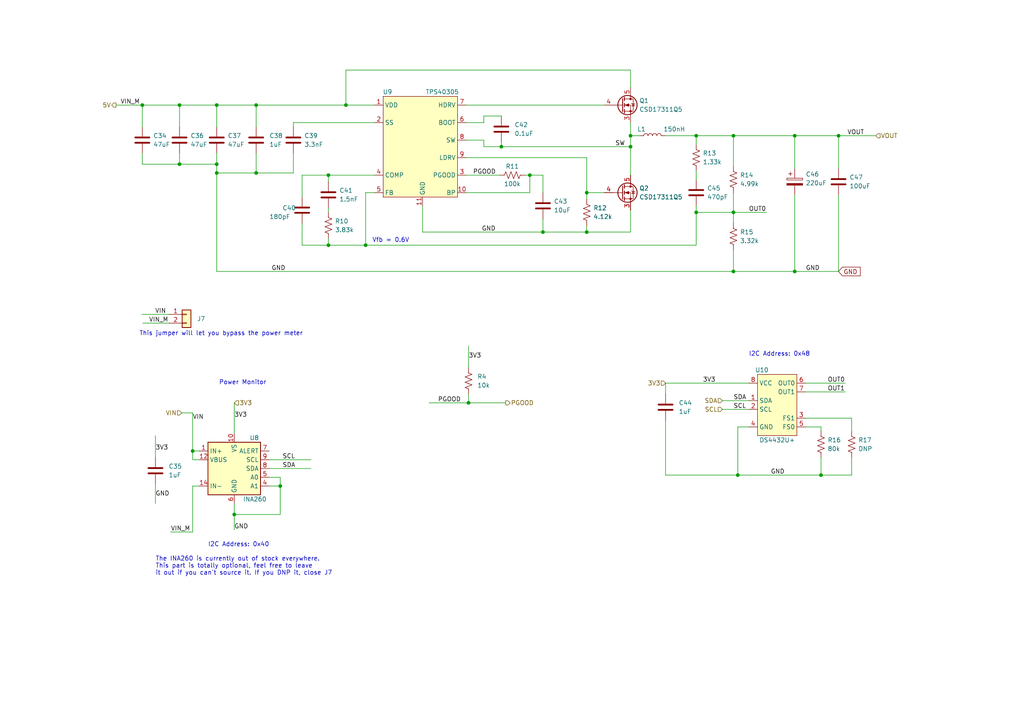
<source format=kicad_sch>
(kicad_sch (version 20230121) (generator eeschema)
  (paper "A4")
  (lib_symbols
    (symbol "Connector_Generic:Conn_01x02" (pin_names (offset 1.016) hide)
      (property "Reference" "J" (at 0 2.54 0))
      (property "Value" "Conn_01x02" (at 0 -5.08 0))
      (symbol "Conn_01x02_1_1"
        (rectangle (start -1.27 -2.413) (end 0 -2.667) (stroke (width 0.1524)))
        (rectangle (start -1.27 0.127) (end 0 -0.127) (stroke (width 0.1524)))
        (rectangle (start -1.27 1.27) (end 1.27 -3.81) (stroke (width 0.254)) (fill (type background)))
        (pin passive line (at -5.08 0 0) (length 3.81) (name "Pin_1") (number "1"))
        (pin passive line (at -5.08 -2.54 0) (length 3.81) (name "Pin_2") (number "2"))
      )
    )
    (symbol "Device:C" (pin_numbers hide) (pin_names (offset 0.254))
      (property "Reference" "C" (at 0.635 2.54 0))
      (property "Value" "C" (at 0.635 -2.54 0))
      (symbol "C_0_1"
        (polyline (pts (xy -2.032 -0.762) (xy 2.032 -0.762)) (stroke (width 0.508)))
        (polyline (pts (xy -2.032 0.762) (xy 2.032 0.762)) (stroke (width 0.508)))
      )
      (symbol "C_1_1"
        (pin passive line (at 0 3.81 270) (length 2.794) (name "~") (number "1"))
        (pin passive line (at 0 -3.81 90) (length 2.794) (name "~") (number "2"))
      )
    )
    (symbol "Device:C_Polarized" (pin_numbers hide) (pin_names (offset 0.254))
      (property "Reference" "C" (at 0.635 2.54 0))
      (property "Value" "C_Polarized" (at 0.635 -2.54 0))
      (symbol "C_Polarized_0_1"
        (rectangle (start -2.286 0.508) (end 2.286 1.016))
        (polyline (pts (xy -1.778 2.286) (xy -0.762 2.286)))
        (polyline (pts (xy -1.27 2.794) (xy -1.27 1.778)))
        (rectangle (start 2.286 -0.508) (end -2.286 -1.016) (fill (type outline)))
      )
      (symbol "C_Polarized_1_1"
        (pin passive line (at 0 3.81 270) (length 2.794) (name "~") (number "1"))
        (pin passive line (at 0 -3.81 90) (length 2.794) (name "~") (number "2"))
      )
    )
    (symbol "Device:L" (pin_numbers hide) (pin_names (offset 1.016) hide)
      (property "Reference" "L" (at -1.27 0 90))
      (property "Value" "L" (at 1.905 0 90))
      (symbol "L_0_1"
        (arc (start 0 -2.54) (mid 0.6323 -1.905) (end 0 -1.27))
        (arc (start 0 -1.27) (mid 0.6323 -0.635) (end 0 0))
        (arc (start 0 0) (mid 0.6323 0.635) (end 0 1.27))
        (arc (start 0 1.27) (mid 0.6323 1.905) (end 0 2.54))
      )
      (symbol "L_1_1"
        (pin passive line (at 0 3.81 270) (length 1.27) (name "1") (number "1"))
        (pin passive line (at 0 -3.81 90) (length 1.27) (name "2") (number "2"))
      )
    )
    (symbol "Device:R_US" (pin_numbers hide) (pin_names (offset 0))
      (property "Reference" "R" (at 2.54 0 90))
      (property "Value" "R_US" (at -2.54 0 90))
      (symbol "R_US_0_1"
        (polyline (pts (xy 0 -2.286) (xy 0 -2.54)))
        (polyline (pts (xy 0 2.286) (xy 0 2.54)))
        (polyline (pts (xy 0 -0.762) (xy 1.016 -1.143) (xy 0 -1.524) (xy -1.016 -1.905) (xy 0 -2.286)))
        (polyline (pts (xy 0 0.762) (xy 1.016 0.381) (xy 0 0) (xy -1.016 -0.381) (xy 0 -0.762)))
        (polyline (pts (xy 0 2.286) (xy 1.016 1.905) (xy 0 1.524) (xy -1.016 1.143) (xy 0 0.762)))
      )
      (symbol "R_US_1_1"
        (pin passive line (at 0 3.81 270) (length 1.27) (name "~") (number "1"))
        (pin passive line (at 0 -3.81 90) (length 1.27) (name "~") (number "2"))
      )
    )
    (symbol "Q_NMOS_CSD17311Q5_1" (pin_names (offset 0) hide)
      (property "Reference" "Q" (at 5.08 1.27 0))
      (property "Value" "Q_NMOS_CSD17311Q5_1" (at 5.08 -1.27 0))
      (symbol "Q_NMOS_CSD17311Q5_1_0_1"
        (polyline (pts (xy 0.254 0) (xy -2.54 0)))
        (polyline (pts (xy 0.254 1.905) (xy 0.254 -1.905)) (stroke (width 0.254)))
        (polyline (pts (xy 0.762 -1.27) (xy 0.762 -2.286)) (stroke (width 0.254)))
        (polyline (pts (xy 0.762 0.508) (xy 0.762 -0.508)) (stroke (width 0.254)))
        (polyline (pts (xy 0.762 2.286) (xy 0.762 1.27)) (stroke (width 0.254)))
        (polyline (pts (xy 2.54 2.54) (xy 2.54 1.778)))
        (polyline (pts (xy 2.54 -2.54) (xy 2.54 0) (xy 0.762 0)))
        (polyline (pts (xy 0.762 -1.778) (xy 3.302 -1.778) (xy 3.302 1.778) (xy 0.762 1.778)))
        (polyline (pts (xy 1.016 0) (xy 2.032 0.381) (xy 2.032 -0.381) (xy 1.016 0)) (fill (type outline)))
        (polyline (pts (xy 2.794 0.508) (xy 2.921 0.381) (xy 3.683 0.381) (xy 3.81 0.254)))
        (polyline (pts (xy 3.302 0.381) (xy 2.921 -0.254) (xy 3.683 -0.254) (xy 3.302 0.381)))
        (circle (center 1.651 0) (radius 2.794) (stroke (width 0.254)))
        (circle (center 2.54 -1.778) (radius 0.254) (fill (type outline)))
        (circle (center 2.54 1.778) (radius 0.254) (fill (type outline)))
      )
      (symbol "Q_NMOS_CSD17311Q5_1_1_1"
        (pin passive line (at 2.54 -5.08 90) (length 2.54) hide (name "") (number "1"))
        (pin passive line (at 2.54 -5.08 90) (length 2.54) hide (name "") (number "2"))
        (pin passive line (at 2.54 -5.08 90) (length 2.54) (name "S") (number "3"))
        (pin input line (at -5.08 0 0) (length 2.54) (name "G") (number "4"))
        (pin passive line (at 2.54 5.08 270) (length 2.54) (name "D") (number "5"))
      )
    )
    (symbol "Sensor:INA260"
      (property "Reference" "U" (at -6.35 8.89 0))
      (property "Value" "INA260" (at 2.54 8.89 0))
      (symbol "INA260_0_1"
        (rectangle (start -7.62 7.62) (end 7.62 -7.62) (stroke (width 0.254)) (fill (type background)))
      )
      (symbol "INA260_1_1"
        (pin passive line (at -10.16 5.08 0) (length 2.54) (name "IN+") (number "1"))
        (pin power_in line (at 0 10.16 270) (length 2.54) (name "VS") (number "10"))
        (pin passive line (at 0 -10.16 90) (length 2.54) hide (name "GND") (number "11"))
        (pin passive line (at -10.16 2.54 0) (length 2.54) (name "VBUS") (number "12"))
        (pin no_connect line (at 2.54 -7.62 90) (length 2.54) hide (name "NC") (number "13"))
        (pin passive line (at -10.16 -5.08 0) (length 2.54) (name "IN-") (number "14"))
        (pin passive line (at -10.16 -5.08 0) (length 2.54) hide (name "IN-") (number "15"))
        (pin passive line (at -10.16 -5.08 0) (length 2.54) hide (name "IN-") (number "16"))
        (pin passive line (at -10.16 5.08 0) (length 2.54) hide (name "IN+") (number "2"))
        (pin passive line (at -10.16 5.08 0) (length 2.54) hide (name "IN+") (number "3"))
        (pin input line (at 10.16 -5.08 180) (length 2.54) (name "A1") (number "4"))
        (pin input line (at 10.16 -2.54 180) (length 2.54) (name "A0") (number "5"))
        (pin power_in line (at 0 -10.16 90) (length 2.54) (name "GND") (number "6"))
        (pin open_collector line (at 10.16 5.08 180) (length 2.54) (name "ALERT") (number "7"))
        (pin bidirectional line (at 10.16 0 180) (length 2.54) (name "SDA") (number "8"))
        (pin input line (at 10.16 2.54 180) (length 2.54) (name "SCL") (number "9"))
      )
    )
    (symbol "TPS40305:DS4432U+"
      (property "Reference" "U" (at 3.81 10.16 0))
      (property "Value" "DS4432U+" (at -1.27 -10.16 0))
      (symbol "DS4432U+_0_1"
        (rectangle (start -6.35 8.89) (end 5.08 -8.89) (stroke (width 0.1524)) (fill (type background)))
      )
      (symbol "DS4432U+_1_1"
        (pin input line (at -8.89 1.27 0) (length 2.54) (name "SDA") (number "1"))
        (pin input line (at -8.89 -1.27 0) (length 2.54) (name "SCL") (number "2"))
        (pin input line (at 7.62 -3.81 180) (length 2.54) (name "FS1") (number "3"))
        (pin power_in line (at -8.89 -6.35 0) (length 2.54) (name "GND") (number "4"))
        (pin input line (at 7.62 -6.35 180) (length 2.54) (name "FS0") (number "5"))
        (pin output line (at 7.62 6.35 180) (length 2.54) (name "OUT0") (number "6"))
        (pin output line (at 7.62 3.81 180) (length 2.54) (name "OUT1") (number "7"))
        (pin power_in line (at -8.89 6.35 0) (length 2.54) (name "VCC") (number "8"))
      )
    )
    (symbol "TPS40305:TPS40305"
      (property "Reference" "U" (at 10.16 16.51 0))
      (property "Value" "TPS40305" (at -7.62 16.51 0))
      (symbol "TPS40305_0_1"
        (rectangle (start -11.43 15.24) (end 10.16 -13.97) (stroke (width 0.1524)) (fill (type background)))
      )
      (symbol "TPS40305_1_1"
        (pin input line (at -13.97 12.7 0) (length 2.54) (name "VDD") (number "1"))
        (pin input line (at 12.7 -12.7 180) (length 2.54) (name "BP") (number "10"))
        (pin input line (at 0 -16.51 90) (length 2.54) (name "GND") (number "11"))
        (pin input line (at -13.97 7.62 0) (length 2.54) (name "SS") (number "2"))
        (pin input line (at 12.7 -7.62 180) (length 2.54) (name "PGOOD") (number "3"))
        (pin input line (at -13.97 -7.62 0) (length 2.54) (name "COMP") (number "4"))
        (pin input line (at -13.97 -12.7 0) (length 2.54) (name "FB") (number "5"))
        (pin input line (at 12.7 7.62 180) (length 2.54) (name "BOOT") (number "6"))
        (pin input line (at 12.7 12.7 180) (length 2.54) (name "HDRV") (number "7"))
        (pin input line (at 12.7 2.54 180) (length 2.54) (name "SW") (number "8"))
        (pin input line (at 12.7 -2.54 180) (length 2.54) (name "LDRV") (number "9"))
      )
    )
  )
  (junction (at 135.89 116.84))
  (junction (at 62.865 50.165))
  (junction (at 201.93 61.595))
  (junction (at 62.865 47.625))
  (junction (at 238.125 137.795))
  (junction (at 153.67 50.8))
  (junction (at 213.995 137.795))
  (junction (at 41.275 30.48))
  (junction (at 145.415 42.545))
  (junction (at 182.88 42.545))
  (junction (at 212.725 78.74))
  (junction (at 95.25 50.8))
  (junction (at 182.88 39.37))
  (junction (at 170.18 55.88))
  (junction (at 230.505 78.74))
  (junction (at 212.725 39.37))
  (junction (at 52.07 47.625))
  (junction (at 74.295 30.48))
  (junction (at 100.33 30.48))
  (junction (at 106.045 71.12))
  (junction (at 67.945 149.225))
  (junction (at 52.07 30.48))
  (junction (at 230.505 39.37))
  (junction (at 212.725 61.595))
  (junction (at 81.28 140.97))
  (junction (at 157.48 67.31))
  (junction (at 62.865 30.48))
  (junction (at 74.295 50.165))
  (junction (at 243.205 39.37))
  (junction (at 55.88 130.81))
  (junction (at 201.93 39.37))
  (junction (at 95.25 71.12))
  (junction (at 170.18 67.31))
  (wire (pts (xy 247.015 137.795) (xy 238.125 137.795)))
  (wire (pts (xy 243.205 39.37) (xy 230.505 39.37)))
  (wire (pts (xy 193.04 111.125) (xy 217.17 111.125)))
  (wire (pts (xy 157.48 63.5) (xy 157.48 67.31)))
  (wire (pts (xy 41.275 30.48) (xy 52.07 30.48)))
  (wire (pts (xy 108.585 50.8) (xy 95.25 50.8)))
  (wire (pts (xy 182.88 35.56) (xy 182.88 39.37)))
  (wire (pts (xy 243.205 48.895) (xy 243.205 39.37)))
  (wire (pts (xy 170.18 55.88) (xy 175.26 55.88)))
  (wire (pts (xy 67.945 116.84) (xy 67.945 125.73)))
  (wire (pts (xy 95.25 60.325) (xy 95.25 61.595)))
  (wire (pts (xy 74.295 44.45) (xy 74.295 50.165)))
  (wire (pts (xy 212.725 55.88) (xy 212.725 61.595)))
  (wire (pts (xy 170.18 45.72) (xy 170.18 55.88)))
  (wire (pts (xy 55.88 130.81) (xy 55.88 119.761)))
  (wire (pts (xy 52.07 44.45) (xy 52.07 47.625)))
  (wire (pts (xy 170.18 67.31) (xy 170.18 65.405)))
  (wire (pts (xy 233.68 113.665) (xy 245.11 113.665)))
  (wire (pts (xy 85.09 44.45) (xy 85.09 50.165)))
  (wire (pts (xy 247.015 132.715) (xy 247.015 137.795)))
  (wire (pts (xy 182.88 20.32) (xy 100.33 20.32)))
  (wire (pts (xy 193.04 114.3) (xy 193.04 111.125)))
  (wire (pts (xy 201.93 39.37) (xy 201.93 41.91)))
  (wire (pts (xy 57.785 133.35) (xy 55.88 133.35)))
  (wire (pts (xy 52.07 47.625) (xy 62.865 47.625)))
  (wire (pts (xy 243.205 39.37) (xy 254 39.37)))
  (wire (pts (xy 55.88 140.97) (xy 55.88 154.305)))
  (wire (pts (xy 124.46 116.84) (xy 135.89 116.84)))
  (wire (pts (xy 87.63 71.12) (xy 87.63 64.77)))
  (wire (pts (xy 87.63 50.8) (xy 87.63 57.15)))
  (wire (pts (xy 49.53 154.305) (xy 55.88 154.305)))
  (wire (pts (xy 209.55 116.205) (xy 217.17 116.205)))
  (wire (pts (xy 62.865 50.165) (xy 74.295 50.165)))
  (wire (pts (xy 78.105 138.43) (xy 81.28 138.43)))
  (wire (pts (xy 122.555 67.31) (xy 157.48 67.31)))
  (wire (pts (xy 81.28 149.225) (xy 67.945 149.225)))
  (wire (pts (xy 213.995 123.825) (xy 217.17 123.825)))
  (wire (pts (xy 62.865 78.74) (xy 212.725 78.74)))
  (wire (pts (xy 201.93 49.53) (xy 201.93 52.07)))
  (wire (pts (xy 57.785 130.81) (xy 55.88 130.81)))
  (wire (pts (xy 74.295 30.48) (xy 74.295 36.83)))
  (wire (pts (xy 95.25 69.215) (xy 95.25 71.12)))
  (wire (pts (xy 233.68 121.285) (xy 247.015 121.285)))
  (wire (pts (xy 212.725 72.39) (xy 212.725 78.74)))
  (wire (pts (xy 41.402 93.726) (xy 49.022 93.726)))
  (wire (pts (xy 157.48 67.31) (xy 170.18 67.31)))
  (wire (pts (xy 238.125 132.715) (xy 238.125 137.795)))
  (wire (pts (xy 153.67 55.88) (xy 153.67 50.8)))
  (wire (pts (xy 230.505 39.37) (xy 230.505 48.895)))
  (wire (pts (xy 212.725 61.595) (xy 212.725 64.77)))
  (wire (pts (xy 140.335 40.64) (xy 140.335 42.545)))
  (wire (pts (xy 182.88 60.96) (xy 182.88 67.31)))
  (wire (pts (xy 81.28 138.43) (xy 81.28 140.97)))
  (wire (pts (xy 135.255 45.72) (xy 170.18 45.72)))
  (wire (pts (xy 135.255 40.64) (xy 140.335 40.64)))
  (wire (pts (xy 41.275 47.625) (xy 52.07 47.625)))
  (wire (pts (xy 233.68 111.125) (xy 245.11 111.125)))
  (wire (pts (xy 135.255 55.88) (xy 153.67 55.88)))
  (wire (pts (xy 41.275 36.83) (xy 41.275 30.48)))
  (wire (pts (xy 230.505 56.515) (xy 230.505 78.74)))
  (wire (pts (xy 62.865 30.48) (xy 62.865 36.83)))
  (wire (pts (xy 152.4 50.8) (xy 153.67 50.8)))
  (wire (pts (xy 52.07 30.48) (xy 62.865 30.48)))
  (wire (pts (xy 213.995 137.795) (xy 213.995 123.825)))
  (wire (pts (xy 45.085 140.335) (xy 45.085 146.05)))
  (wire (pts (xy 140.335 42.545) (xy 145.415 42.545)))
  (wire (pts (xy 230.505 39.37) (xy 212.725 39.37)))
  (wire (pts (xy 100.33 20.32) (xy 100.33 30.48)))
  (wire (pts (xy 182.88 67.31) (xy 170.18 67.31)))
  (wire (pts (xy 67.945 149.225) (xy 67.945 153.67)))
  (wire (pts (xy 233.68 123.825) (xy 238.125 123.825)))
  (wire (pts (xy 135.89 116.84) (xy 146.685 116.84)))
  (wire (pts (xy 170.18 55.88) (xy 170.18 57.785)))
  (wire (pts (xy 182.88 42.545) (xy 182.88 50.8)))
  (wire (pts (xy 95.25 71.12) (xy 87.63 71.12)))
  (wire (pts (xy 62.865 30.48) (xy 74.295 30.48)))
  (wire (pts (xy 230.505 78.74) (xy 243.205 78.74)))
  (wire (pts (xy 193.04 137.795) (xy 213.995 137.795)))
  (wire (pts (xy 78.105 140.97) (xy 81.28 140.97)))
  (wire (pts (xy 67.945 146.05) (xy 67.945 149.225)))
  (wire (pts (xy 135.255 50.8) (xy 144.78 50.8)))
  (wire (pts (xy 106.045 71.12) (xy 95.25 71.12)))
  (wire (pts (xy 157.48 50.8) (xy 157.48 55.88)))
  (wire (pts (xy 52.07 30.48) (xy 52.07 36.83)))
  (wire (pts (xy 135.89 114.3) (xy 135.89 116.84)))
  (wire (pts (xy 62.865 47.625) (xy 62.865 50.165)))
  (wire (pts (xy 145.415 42.545) (xy 182.88 42.545)))
  (wire (pts (xy 182.88 25.4) (xy 182.88 20.32)))
  (wire (pts (xy 62.865 50.165) (xy 62.865 78.74)))
  (wire (pts (xy 247.015 121.285) (xy 247.015 125.095)))
  (wire (pts (xy 41.275 44.45) (xy 41.275 47.625)))
  (wire (pts (xy 62.865 44.45) (xy 62.865 47.625)))
  (wire (pts (xy 122.555 59.69) (xy 122.555 67.31)))
  (wire (pts (xy 212.725 61.595) (xy 222.25 61.595)))
  (wire (pts (xy 212.725 78.74) (xy 230.505 78.74)))
  (wire (pts (xy 193.04 39.37) (xy 201.93 39.37)))
  (wire (pts (xy 209.55 118.745) (xy 217.17 118.745)))
  (wire (pts (xy 108.585 55.88) (xy 106.045 55.88)))
  (wire (pts (xy 108.585 35.56) (xy 85.09 35.56)))
  (wire (pts (xy 57.785 140.97) (xy 55.88 140.97)))
  (wire (pts (xy 201.93 39.37) (xy 212.725 39.37)))
  (wire (pts (xy 153.67 50.8) (xy 157.48 50.8)))
  (wire (pts (xy 140.335 35.56) (xy 140.335 33.655)))
  (wire (pts (xy 201.93 59.69) (xy 201.93 61.595)))
  (wire (pts (xy 41.148 91.186) (xy 49.022 91.186)))
  (wire (pts (xy 243.205 56.515) (xy 243.205 78.74)))
  (wire (pts (xy 201.93 71.12) (xy 106.045 71.12)))
  (wire (pts (xy 95.25 50.8) (xy 87.63 50.8)))
  (wire (pts (xy 74.295 30.48) (xy 100.33 30.48)))
  (wire (pts (xy 140.335 33.655) (xy 145.415 33.655)))
  (wire (pts (xy 145.415 41.275) (xy 145.415 42.545)))
  (wire (pts (xy 45.085 126.365) (xy 45.085 132.715)))
  (wire (pts (xy 135.255 30.48) (xy 175.26 30.48)))
  (wire (pts (xy 55.88 133.35) (xy 55.88 130.81)))
  (wire (pts (xy 100.33 30.48) (xy 108.585 30.48)))
  (wire (pts (xy 85.09 35.56) (xy 85.09 36.83)))
  (wire (pts (xy 212.725 39.37) (xy 212.725 48.26)))
  (wire (pts (xy 182.88 39.37) (xy 185.42 39.37)))
  (wire (pts (xy 135.89 100.33) (xy 135.89 106.68)))
  (wire (pts (xy 238.125 123.825) (xy 238.125 125.095)))
  (wire (pts (xy 201.93 61.595) (xy 201.93 71.12)))
  (wire (pts (xy 135.255 35.56) (xy 140.335 35.56)))
  (wire (pts (xy 78.105 133.35) (xy 90.17 133.35)))
  (wire (pts (xy 81.28 140.97) (xy 81.28 149.225)))
  (wire (pts (xy 106.045 55.88) (xy 106.045 71.12)))
  (wire (pts (xy 182.88 39.37) (xy 182.88 42.545)))
  (wire (pts (xy 238.125 137.795) (xy 213.995 137.795)))
  (wire (pts (xy 193.04 121.92) (xy 193.04 137.795)))
  (wire (pts (xy 52.705 119.761) (xy 55.88 119.761)))
  (wire (pts (xy 33.655 30.48) (xy 41.275 30.48)))
  (wire (pts (xy 78.105 135.89) (xy 90.17 135.89)))
  (wire (pts (xy 74.295 50.165) (xy 85.09 50.165)))
  (wire (pts (xy 201.93 61.595) (xy 212.725 61.595)))
  (wire (pts (xy 95.25 50.8) (xy 95.25 52.705)))
  (text "I2C Address: 0x48" (at 217.17 103.505 0) (effects (font (size 1.27 1.27)) (justify left bottom)))
  (text "The INA260 is currently out of stock everywhere.\nThis part is totally optional, feel free to leave \nit out if you can't source it. If you DNP it, close J7" (at 45.085 167.005 0) (effects (font (size 1.27 1.27)) (justify left bottom)))
  (text "Power Monitor" (at 63.5 111.76 0) (effects (font (size 1.27 1.27)) (justify left bottom)))
  (text "I2C Address: 0x40" (at 60.325 158.75 0) (effects (font (size 1.27 1.27)) (justify left bottom)))
  (text "Vfb = 0.6V" (at 107.95 70.485 0) (effects (font (size 1.27 1.27)) (justify left bottom)))
  (text "This jumper will let you bypass the power meter" (at 40.386 97.536 0) (effects (font (size 1.27 1.27)) (justify left bottom)))
  (label "3V3" (at 203.835 111.125 0))
  (label "SDA" (at 212.725 116.205 0))
  (label "VIN_M" (at 34.925 30.48 0))
  (label "GND" (at 233.68 78.74 0))
  (label "VIN_M" (at 49.53 154.305 0))
  (label "GND" (at 78.74 78.74 0))
  (label "VIN" (at 44.958 91.186 0))
  (label "GND" (at 67.945 153.67 0))
  (label "3V3" (at 67.945 121.285 0))
  (label "PGOOD" (at 137.16 50.8 0))
  (label "GND" (at 45.085 144.145 0))
  (label "SCL" (at 81.915 133.35 0))
  (label "VOUT" (at 245.745 39.37 0))
  (label "3V3" (at 45.085 130.81 0))
  (label "OUT1" (at 240.03 113.665 0))
  (label "SCL" (at 212.725 118.745 0))
  (label "SDA" (at 81.915 135.89 0))
  (label "OUT0" (at 217.17 61.595 0))
  (label "OUT0" (at 240.03 111.125 0))
  (label "GND" (at 223.52 137.795 0))
  (label "VIN_M" (at 43.18 93.726 0))
  (label "3V3" (at 135.89 104.14 0))
  (label "PGOOD" (at 127 116.84 0))
  (label "SW" (at 178.435 42.545 0))
  (label "GND" (at 139.7 67.31 0))
  (label "VIN" (at 55.88 121.92 0))
  (global_label "GND" (shape input) (at 243.205 78.74 0) (property "Intersheetrefs" "${INTERSHEET_REFS}" (effects hide)))
  (hierarchical_label "SDA" (shape input) (at 209.55 116.205 180))
  (hierarchical_label "5V" (shape output) (at 33.655 30.48 180))
  (hierarchical_label "SCL" (shape input) (at 209.55 118.745 180))
  (hierarchical_label "3V3" (shape input) (at 67.945 116.84 0))
  (hierarchical_label "VOUT" (shape input) (at 254 39.37 0))
  (hierarchical_label "VIN" (shape input) (at 52.705 119.761 180))
  (hierarchical_label "3V3" (shape input) (at 193.04 111.125 180))
  (hierarchical_label "PGOOD" (shape output) (at 146.685 116.84 0))
  (symbol (lib_id "Device:C") (at 157.48 59.69 0) (unit 1)
    (property "Reference" "C43" (at 160.655 58.4199 0) (effects (justify left)))
    (property "Value" "10uF" (at 160.655 60.9599 0) (effects (justify left)))
    (property "Footprint" "Capacitor_SMD:C_0805_2012Metric" (effects hide))
    (property "DK" "1276-1096-1-ND" (effects hide))
    (property "PARTNO" "CL21A106KOQNNNE" (effects hide))
  )
  (symbol (lib_id "Device:R_US") (at 212.725 52.07 0) (unit 1)
    (property "Reference" "R14" (at 214.63 50.7999 0) (effects (justify left)))
    (property "Value" "4.99k" (at 214.63 53.3399 0) (effects (justify left)))
    (property "Footprint" "Resistor_SMD:R_0402_1005Metric" (effects hide))
    (property "DK" "311-4.99KLRCT-ND" (effects hide))
    (property "PARTNO" "RC0402FR-074K99L" (effects hide))
  )
  (symbol (lib_id "Device:C") (at 62.865 40.64 0) (unit 1)
    (property "Reference" "C37" (at 66.04 39.3699 0) (effects (justify left)))
    (property "Value" "47uF" (at 66.04 41.9099 0) (effects (justify left)))
    (property "Footprint" "Capacitor_SMD:C_1210_3225Metric" (effects hide))
    (property "DK" "490-6539-1-ND" (effects hide))
    (property "PARTNO" "GRM32ER61C476KE15L" (effects hide))
  )
  (symbol (lib_id "Device:C_Polarized") (at 230.505 52.705 0) (unit 1)
    (property "Reference" "C46" (at 233.68 50.5459 0) (effects (justify left)))
    (property "Value" "220uF" (at 233.68 53.0859 0) (effects (justify left)))
    (property "Footprint" "TPS40305_supply:CAP_2R5TPE220MAFB" (effects hide))
    (property "Datasheet" "https://media.digikey.com/pdf/Data%20Sheets/Panasonic%20Capacitors%20PDFs/TPE_Series_POSCAP_Rev02_Oct_2017.pdf" (effects hide))
    (property "PARTNO" "2R5TPE220MAFB" (effects hide))
    (property "DK" "P16200CT-ND" (effects hide))
  )
  (symbol (lib_id "TPS40305:TPS40305") (at 122.555 43.18 0) (unit 1)
    (property "Reference" "U9" (at 112.395 26.67 0))
    (property "Value" "TPS40305" (at 128.27 26.67 0))
    (property "Footprint" "TPS40305_supply:TPS40305" (effects hide))
    (property "Datasheet" "https://www.ti.com/lit/ds/symlink/tps40303.pdf" (effects hide))
    (property "DK" "296-37445-1-ND" (effects hide))
    (property "PARTNO" "TPS40305DRCR" (effects hide))
  )
  (symbol (lib_id "Sensor:INA260") (at 67.945 135.89 0) (unit 1)
    (property "Reference" "U8" (at 72.39 127 0) (effects (justify left)))
    (property "Value" "INA260" (at 70.485 144.78 0) (effects (justify left)))
    (property "Footprint" "Package_SO:TSSOP-16_4.4x5mm_P0.65mm" (effects hide))
    (property "Datasheet" "http://www.ti.com/lit/ds/symlink/ina260.pdf" (effects hide))
    (property "PARTNO" "INA260AIPWR" (effects hide))
    (property "DK" "296-47777-1-ND" (effects hide))
  )
  (symbol (lib_id "Device:C") (at 41.275 40.64 0) (unit 1)
    (property "Reference" "C34" (at 44.45 39.3699 0) (effects (justify left)))
    (property "Value" "47uF" (at 44.45 41.9099 0) (effects (justify left)))
    (property "Footprint" "Capacitor_SMD:C_1210_3225Metric" (effects hide))
    (property "DK" "490-6539-1-ND" (effects hide))
    (property "PARTNO" "GRM32ER61C476KE15L" (effects hide))
  )
  (symbol (lib_name "Q_NMOS_CSD17311Q5_1") (lib_id "TPS40305:Q_NMOS_CSD17311Q5") (at 180.34 55.88 0) (unit 1)
    (property "Reference" "Q2" (at 185.42 54.61 0) (effects (justify left)))
    (property "Value" "CSD17311Q5" (at 185.42 57.15 0) (effects (justify left)))
    (property "Footprint" "TPS40305_supply:CSD17311Q5" (effects hide))
    (property "Datasheet" "https://www.ti.com/lit/ds/symlink/csd17311q5.pdf" (effects hide))
    (property "DK" "296-27625-1-ND" (effects hide))
    (property "PARTNO" "CSD17311Q5" (effects hide))
  )
  (symbol (lib_id "Device:C") (at 85.09 40.64 0) (unit 1)
    (property "Reference" "C39" (at 88.265 39.3699 0) (effects (justify left)))
    (property "Value" "3.3nF" (at 88.265 41.9099 0) (effects (justify left)))
    (property "Footprint" "Capacitor_SMD:C_0402_1005Metric" (effects hide))
    (property "DK" "1276-1552-1-ND" (effects hide))
    (property "PARTNO" "CL05B332KB5NNNC" (effects hide))
  )
  (symbol (lib_id "Device:C") (at 52.07 40.64 0) (unit 1)
    (property "Reference" "C36" (at 55.245 39.3699 0) (effects (justify left)))
    (property "Value" "47uF" (at 55.245 41.9099 0) (effects (justify left)))
    (property "Footprint" "Capacitor_SMD:C_1210_3225Metric" (effects hide))
    (property "DK" "490-6539-1-ND" (effects hide))
    (property "PARTNO" "GRM32ER61C476KE15L" (effects hide))
  )
  (symbol (lib_id "Device:C") (at 74.295 40.64 0) (unit 1)
    (property "Reference" "C38" (at 78.105 39.3699 0) (effects (justify left)))
    (property "Value" "1uF" (at 78.105 41.9099 0) (effects (justify left)))
    (property "Footprint" "Capacitor_SMD:C_0805_2012Metric" (effects hide))
    (property "DK" "1276-6471-1-ND" (effects hide))
    (property "PARTNO" "CL21B105KOFNNNG" (effects hide))
  )
  (symbol (lib_id "TPS40305:DS4432U+") (at 226.06 117.475 0) (unit 1)
    (property "Reference" "U10" (at 220.98 107.315 0))
    (property "Value" "DS4432U+" (at 225.425 127.635 0))
    (property "Footprint" "Package_SO:TSSOP-8_3x3mm_P0.65mm" (effects hide))
    (property "Datasheet" "https://datasheets.maximintegrated.com/en/ds/DS4432.pdf" (effects hide))
    (property "DK" "DS4432U+-ND" (effects hide))
    (property "PARTNO" "DS4432U+" (effects hide))
  )
  (symbol (lib_id "Device:C") (at 243.205 52.705 0) (unit 1)
    (property "Reference" "C47" (at 246.38 51.4349 0) (effects (justify left)))
    (property "Value" "100uF" (at 246.38 53.9749 0) (effects (justify left)))
    (property "Footprint" "Capacitor_SMD:C_1206_3216Metric" (effects hide))
    (property "PARTNO" "C3216X5R0J107M160AB" (effects hide))
    (property "DK" "445-6008-1-ND" (effects hide))
  )
  (symbol (lib_id "Device:C") (at 95.25 56.515 0) (unit 1)
    (property "Reference" "C41" (at 98.425 55.2449 0) (effects (justify left)))
    (property "Value" "1.5nF" (at 98.425 57.7849 0) (effects (justify left)))
    (property "Footprint" "Capacitor_SMD:C_0805_2012Metric" (effects hide))
    (property "DK" "311-1128-1-ND" (effects hide))
    (property "PARTNO" "CC0805KRX7R9BB152" (effects hide))
  )
  (symbol (lib_id "Device:R_US") (at 212.725 68.58 0) (unit 1)
    (property "Reference" "R15" (at 214.63 67.3099 0) (effects (justify left)))
    (property "Value" "3.32k" (at 214.63 69.8499 0) (effects (justify left)))
    (property "Footprint" "Resistor_SMD:R_0402_1005Metric" (effects hide))
    (property "DK" "311-3.32KLRCT-ND" (effects hide))
    (property "PARTNO" "RC0402FR-073K32L" (effects hide))
  )
  (symbol (lib_id "Device:R_US") (at 148.59 50.8 90) (unit 1)
    (property "Reference" "R11" (at 148.59 48.26 90))
    (property "Value" "100k" (at 148.59 53.34 90))
    (property "Footprint" "Resistor_SMD:R_0402_1005Metric" (effects hide))
    (property "DK" "311-100KJRCT-ND" (effects hide))
    (property "PARTNO" "RC0402JR-07100KL" (effects hide))
  )
  (symbol (lib_id "Device:C") (at 145.415 37.465 0) (unit 1)
    (property "Reference" "C42" (at 149.225 36.1949 0) (effects (justify left)))
    (property "Value" "0.1uF" (at 149.225 38.7349 0) (effects (justify left)))
    (property "Footprint" "Capacitor_SMD:C_0402_1005Metric" (effects hide))
    (property "DK" "1292-1639-1-ND" (effects hide))
    (property "PARTNO" "0402X104K100CT" (effects hide))
  )
  (symbol (lib_id "Connector_Generic:Conn_01x02") (at 54.102 91.186 0) (unit 1)
    (property "Reference" "J7" (at 57.15 92.4559 0) (effects (justify left)))
    (property "Value" "Conn_01x02" (effects hide))
    (property "Footprint" "Connector_PinHeader_2.54mm:PinHeader_1x02_P2.54mm_Vertical" (effects hide))
    (property "DNP" "T" (effects hide))
  )
  (symbol (lib_id "Device:R_US") (at 238.125 128.905 0) (unit 1)
    (property "Reference" "R16" (at 240.03 127.6349 0) (effects (justify left)))
    (property "Value" "80k" (at 240.03 130.1749 0) (effects (justify left)))
    (property "Footprint" "Resistor_SMD:R_0402_1005Metric" (effects hide))
    (property "DK" "311-80.6KLRCT-ND" (effects hide))
    (property "PARTNO" "RC0402FR-0780K6L" (effects hide))
  )
  (symbol (lib_id "Device:C") (at 193.04 118.11 0) (unit 1)
    (property "Reference" "C44" (at 196.85 116.8399 0) (effects (justify left)))
    (property "Value" "1uF" (at 196.85 119.3799 0) (effects (justify left)))
    (property "Footprint" "Capacitor_SMD:C_0402_1005Metric" (effects hide))
    (property "DK" "587-5514-1-ND" (effects hide))
    (property "PARTNO" "EMK105BJ105MV-F" (effects hide))
  )
  (symbol (lib_id "Device:R_US") (at 201.93 45.72 0) (unit 1)
    (property "Reference" "R13" (at 203.835 44.4499 0) (effects (justify left)))
    (property "Value" "1.33k" (at 203.835 46.9899 0) (effects (justify left)))
    (property "Footprint" "Resistor_SMD:R_0402_1005Metric" (effects hide))
    (property "DK" "311-1.33KLRCT-ND" (effects hide))
    (property "PARTNO" "RC0402FR-071K33L" (effects hide))
  )
  (symbol (lib_id "Device:R_US") (at 95.25 65.405 0) (unit 1)
    (property "Reference" "R10" (at 97.155 64.1349 0) (effects (justify left)))
    (property "Value" "3.83k" (at 97.155 66.6749 0) (effects (justify left)))
    (property "Footprint" "Resistor_SMD:R_0402_1005Metric" (effects hide))
    (property "DK" "311-3.83KLRCT-ND" (effects hide))
    (property "PARTNO" "RC0402FR-073K83L" (effects hide))
  )
  (symbol (lib_name "Q_NMOS_CSD17311Q5_1") (lib_id "TPS40305:Q_NMOS_CSD17311Q5") (at 180.34 30.48 0) (unit 1)
    (property "Reference" "Q1" (at 185.42 29.21 0) (effects (justify left)))
    (property "Value" "CSD17311Q5" (at 185.42 31.75 0) (effects (justify left)))
    (property "Footprint" "TPS40305_supply:CSD17311Q5" (effects hide))
    (property "Datasheet" "https://www.ti.com/lit/ds/symlink/csd17311q5.pdf" (effects hide))
    (property "DK" "296-27625-1-ND" (effects hide))
    (property "PARTNO" "CSD17311Q5" (effects hide))
  )
  (symbol (lib_id "Device:C") (at 201.93 55.88 0) (unit 1)
    (property "Reference" "C45" (at 205.105 54.6099 0) (effects (justify left)))
    (property "Value" "470pF" (at 205.105 57.1499 0) (effects (justify left)))
    (property "Footprint" "Capacitor_SMD:C_0805_2012Metric" (effects hide))
    (property "DK" "1292-1580-1-ND" (effects hide))
    (property "PARTNO" "0805B471K500CT" (effects hide))
  )
  (symbol (lib_id "Device:L") (at 189.23 39.37 90) (unit 1)
    (property "Reference" "L1" (at 186.055 37.465 90))
    (property "Value" "150nH" (at 195.58 37.465 90))
    (property "Footprint" "TPS40305_supply:FP1005R1-R15-R" (effects hide))
    (property "Datasheet" "https://www.eaton.com/content/dam/eaton/products/electronic-components/resources/data-sheet/eaton-fp1005r-high-current-power-inductors-data-sheet.pdf" (effects hide))
    (property "PARTNO" "FP1005R1-R15-R" (effects hide))
    (property "DK" "513-1568-1-ND" (effects hide))
  )
  (symbol (lib_id "Device:R_US") (at 247.015 128.905 0) (unit 1)
    (property "Reference" "R17" (at 248.92 127.6349 0) (effects (justify left)))
    (property "Value" "DNP" (at 248.92 130.1749 0) (effects (justify left)))
    (property "Footprint" "Resistor_SMD:R_0402_1005Metric" (effects hide))
    (property "DNP" "T" (effects hide))
  )
  (symbol (lib_id "Device:R_US") (at 170.18 61.595 0) (unit 1)
    (property "Reference" "R12" (at 172.085 60.3249 0) (effects (justify left)))
    (property "Value" "4.12k" (at 172.085 62.8649 0) (effects (justify left)))
    (property "Footprint" "Resistor_SMD:R_0402_1005Metric" (effects hide))
    (property "DK" "RMCF0402FT4K12CT-ND" (effects hide))
    (property "PARTNO" "RMCF0402FT4K12" (effects hide))
  )
  (symbol (lib_id "Device:C") (at 45.085 136.525 0) (unit 1)
    (property "Reference" "C35" (at 48.895 135.2549 0) (effects (justify left)))
    (property "Value" "1uF" (at 48.895 137.7949 0) (effects (justify left)))
    (property "Footprint" "Capacitor_SMD:C_0402_1005Metric" (effects hide))
    (property "DK" "587-5514-1-ND" (effects hide))
    (property "PARTNO" "EMK105BJ105MV-F" (effects hide))
  )
  (symbol (lib_id "Device:C") (at 87.63 60.96 0) (unit 1)
    (property "Reference" "C40" (at 81.915 60.325 0) (effects (justify left)))
    (property "Value" "180pF" (at 78.105 62.865 0) (effects (justify left)))
    (property "Footprint" "Capacitor_SMD:C_0805_2012Metric" (effects hide))
    (property "DK" "311-1114-1-ND" (effects hide))
    (property "PARTNO" "CC0805JRNPO9BN181" (effects hide))
  )
  (symbol (lib_id "Device:R_US") (at 135.89 110.49 0) (unit 1)
    (property "Reference" "R4" (at 138.43 109.2199 0) (effects (justify left)))
    (property "Value" "10k" (at 138.43 111.7599 0) (effects (justify left)))
    (property "Footprint" "Resistor_SMD:R_0402_1005Metric" (effects hide))
    (property "DK" "311-10KJRCT-ND" (effects hide))
    (property "PARTNO" "RC0402JR-0710KL" (effects hide))
  )
)
</source>
